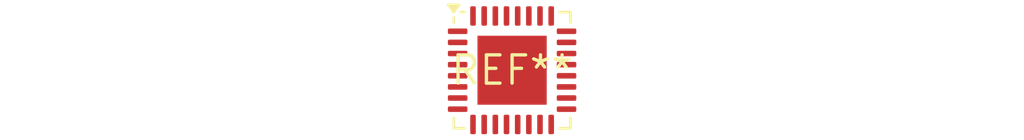
<source format=kicad_pcb>
(kicad_pcb (version 20240108) (generator pcbnew)
  (layers (0 "F.Cu" signal) (31 "B.Cu" signal) (34 "B.Paste" user) (35 "F.Paste" user) (36 "B.SilkS" user "B.Silkscreen") (37 "F.SilkS" user "F.Silkscreen") (38 "B.Mask" user) (39 "F.Mask" user) (44 "Edge.Cuts" user))
  (net 0 "")
  (footprint "HVQFN-32-1EP_5x5mm_P0.5mm_EP3.1x3.1mm" (layer "F.Cu") (at 0 0)
    (property "Reference" "REF**")
    (property "Value" "HVQFN-32-1EP_5x5mm_P0.5mm_EP3.1x3.1mm")
    (fp_line (start -2.61 -2.135) (end -2.61 -2.37) (layer "F.SilkS") (stroke (width 0.12)))
    (fp_line (start -2.61 2.61) (end -2.61 2.135) (layer "F.SilkS") (stroke (width 0.12)))
    (fp_line (start -2.135 -2.61) (end -2.31 -2.61) (layer "F.SilkS") (stroke (width 0.12)))
    (fp_line (start -2.135 2.61) (end -2.61 2.61) (layer "F.SilkS") (stroke (width 0.12)))
    (fp_line (start 2.135 -2.61) (end 2.61 -2.61) (layer "F.SilkS") (stroke (width 0.12)))
    (fp_line (start 2.135 2.61) (end 2.61 2.61) (layer "F.SilkS") (stroke (width 0.12)))
    (fp_line (start 2.61 -2.61) (end 2.61 -2.135) (layer "F.SilkS") (stroke (width 0.12)))
    (fp_line (start 2.61 2.61) (end 2.61 2.135) (layer "F.SilkS") (stroke (width 0.12)))
    (fp_poly (pts (xy -2.61 -2.61) (xy -2.85 -2.94) (xy -2.37 -2.94) (xy -2.61 -2.61)) (layer "F.SilkS") (stroke (width 0.12)) (fill solid))
    (pad "1" smd roundrect (at -2.4375 -1.75) (size 0.875 0.25) (layers "F.Cu" "F.Paste" "F.Mask"))
    (pad "2" smd roundrect (at -2.4375 -1.25) (size 0.875 0.25) (layers "F.Cu" "F.Paste" "F.Mask"))
    (pad "3" smd roundrect (at -2.4375 -0.75) (size 0.875 0.25) (layers "F.Cu" "F.Paste" "F.Mask"))
    (pad "4" smd roundrect (at -2.4375 -0.25) (size 0.875 0.25) (layers "F.Cu" "F.Paste" "F.Mask"))
    (pad "5" smd roundrect (at -2.4375 0.25) (size 0.875 0.25) (layers "F.Cu" "F.Paste" "F.Mask"))
    (pad "6" smd roundrect (at -2.4375 0.75) (size 0.875 0.25) (layers "F.Cu" "F.Paste" "F.Mask"))
    (pad "7" smd roundrect (at -2.4375 1.25) (size 0.875 0.25) (layers "F.Cu" "F.Paste" "F.Mask"))
    (pad "8" smd roundrect (at -2.4375 1.75) (size 0.875 0.25) (layers "F.Cu" "F.Paste" "F.Mask"))
    (pad "9" smd roundrect (at -1.75 2.4375) (size 0.25 0.875) (layers "F.Cu" "F.Paste" "F.Mask"))
    (pad "10" smd roundrect (at -1.25 2.4375) (size 0.25 0.875) (layers "F.Cu" "F.Paste" "F.Mask"))
    (pad "11" smd roundrect (at -0.75 2.4375) (size 0.25 0.875) (layers "F.Cu" "F.Paste" "F.Mask"))
    (pad "12" smd roundrect (at -0.25 2.4375) (size 0.25 0.875) (layers "F.Cu" "F.Paste" "F.Mask"))
    (pad "13" smd roundrect (at 0.25 2.4375) (size 0.25 0.875) (layers "F.Cu" "F.Paste" "F.Mask"))
    (pad "14" smd roundrect (at 0.75 2.4375) (size 0.25 0.875) (layers "F.Cu" "F.Paste" "F.Mask"))
    (pad "15" smd roundrect (at 1.25 2.4375) (size 0.25 0.875) (layers "F.Cu" "F.Paste" "F.Mask"))
    (pad "16" smd roundrect (at 1.75 2.4375) (size 0.25 0.875) (layers "F.Cu" "F.Paste" "F.Mask"))
    (pad "17" smd roundrect (at 2.4375 1.75) (size 0.875 0.25) (layers "F.Cu" "F.Paste" "F.Mask"))
    (pad "18" smd roundrect (at 2.4375 1.25) (size 0.875 0.25) (layers "F.Cu" "F.Paste" "F.Mask"))
    (pad "19" smd roundrect (at 2.4375 0.75) (size 0.875 0.25) (layers "F.Cu" "F.Paste" "F.Mask"))
    (pad "20" smd roundrect (at 2.4375 0.25) (size 0.875 0.25) (layers "F.Cu" "F.Paste" "F.Mask"))
    (pad "21" smd roundrect (at 2.4375 -0.25) (size 0.875 0.25) (layers "F.Cu" "F.Paste" "F.Mask"))
    (pad "22" smd roundrect (at 2.4375 -0.75) (size 0.875 0.25) (layers "F.Cu" "F.Paste" "F.Mask"))
    (pad "23" smd roundrect (at 2.4375 -1.25) (size 0.875 0.25) (layers "F.Cu" "F.Paste" "F.Mask"))
    (pad "24" smd roundrect (at 2.4375 -1.75) (size 0.875 0.25) (layers "F.Cu" "F.Paste" "F.Mask"))
    (pad "25" smd roundrect (at 1.75 -2.4375) (size 0.25 0.875) (layers "F.Cu" "F.Paste" "F.Mask"))
    (pad "26" smd roundrect (at 1.25 -2.4375) (size 0.25 0.875) (layers "F.Cu" "F.Paste" "F.Mask"))
    (pad "27" smd roundrect (at 0.75 -2.4375) (size 0.25 0.875) (layers "F.Cu" "F.Paste" "F.Mask"))
    (pad "28" smd roundrect (at 0.25 -2.4375) (size 0.25 0.875) (layers "F.Cu" "F.Paste" "F.Mask"))
    (pad "29" smd roundrect (at -0.25 -2.4375) (size 0.25 0.875) (layers "F.Cu" "F.Paste" "F.Mask"))
    (pad "30" smd roundrect (at -0.75 -2.4375) (size 0.25 0.875) (layers "F.Cu" "F.Paste" "F.Mask"))
    (pad "31" smd roundrect (at -1.25 -2.4375) (size 0.25 0.875) (layers "F.Cu" "F.Paste" "F.Mask"))
    (pad "32" smd roundrect (at -1.75 -2.4375) (size 0.25 0.875) (layers "F.Cu" "F.Paste" "F.Mask"))
    (pad "33" smd rect (at 0 0) (size 3.1 3.1) (property pad_prop_heatsink) (layers "F.Cu" "F.Mask"))
  )
)
</source>
